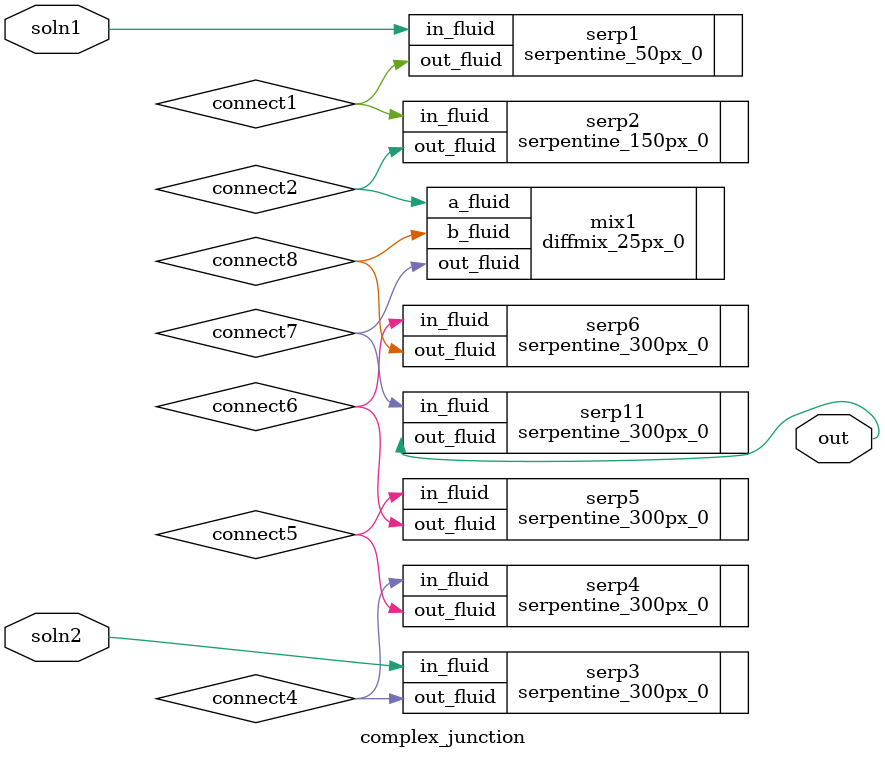
<source format=v>
module complex_junction (
    soln1,
    soln2,
    out
);

input   soln1, soln2;
output  out;

// connect0,  

wire    connect1,  connect2,  connect4,  connect5,  connect6,  connect7;
//,  connect8,  connect9,  connect3, 
//        connect10, connect11, connect12;

// serpentine_25px_0   serp0   (.in_fluid(soln1), .out_fluid(connect0));

serpentine_50px_0   serp1   (.in_fluid(soln1), .out_fluid(connect1));
serpentine_150px_0  serp2   (.in_fluid(connect1), .out_fluid(connect2));

//diffmix_25px_0      mix0    (.a_fluid(soln1), .b_fluid(connect2), .out_fluid(connect3));

serpentine_300px_0  serp3   (.in_fluid(soln2), .out_fluid(connect4));
serpentine_300px_0  serp4   (.in_fluid(connect4), .out_fluid(connect5));
serpentine_300px_0  serp5   (.in_fluid(connect5), .out_fluid(connect6));
serpentine_300px_0  serp6   (.in_fluid(connect6), .out_fluid(connect8));
// serpentine_300px_0  serp7   (.in_fluid(connect8), .out_fluid(connect9));
// serpentine_300px_0  serp8   (.in_fluid(connect9), .out_fluid(connect10));
// serpentine_300px_0  serp9   (.in_fluid(connect10), .out_fluid(connect11));
// serpentine_300px_0  serp10  (.in_fluid(connect11), .out_fluid(connect12));

diffmix_25px_0      mix1    (.a_fluid(connect2), .b_fluid(connect8), .out_fluid(connect7));

serpentine_300px_0  serp11  (.in_fluid(connect7), .out_fluid(out));

endmodule
</source>
